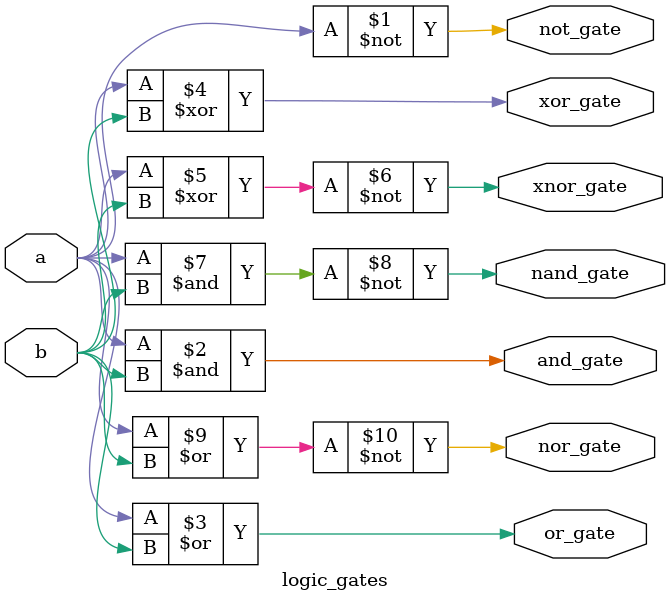
<source format=v>
`timescale 1ns / 1ps

module logic_gates(
    input a,b,
    output not_gate,and_gate,or_gate,xor_gate,xnor_gate,nand_gate,nor_gate
    );
     assign not_gate = ~a;
     assign and_gate = a&b;
     assign or_gate = a|b;
     assign xor_gate = a^b;
     assign xnor_gate = ~(a^b);
     assign nand_gate = ~(a&b);
     assign nor_gate = ~(a|b);
     
endmodule

</source>
